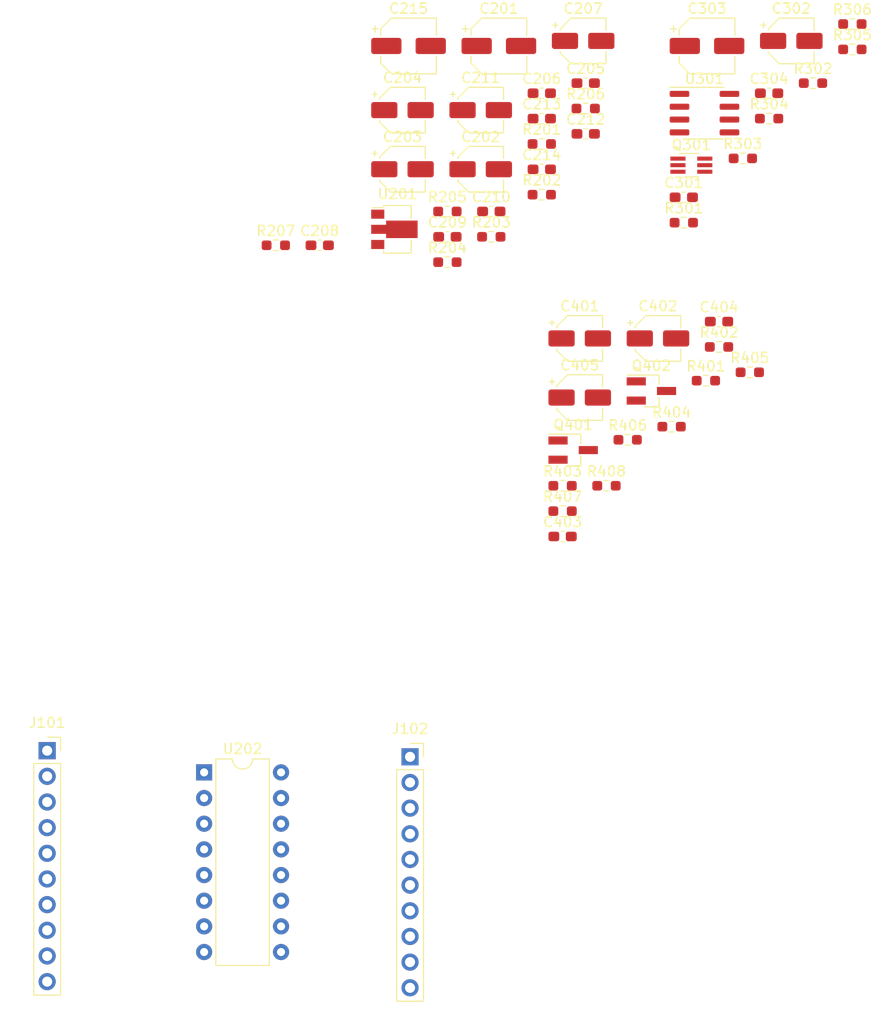
<source format=kicad_pcb>
(kicad_pcb (version 20211014) (generator pcbnew)
  (layers (0 "F.Cu" signal) (31 "B.Cu" signal) (34 "B.Paste" user) (35 "F.Paste" user) (36 "B.SilkS" user "B.Silkscreen") (37 "F.SilkS" user "F.Silkscreen") (38 "B.Mask" user) (39 "F.Mask" user) (44 "Edge.Cuts" user))
  (net 0 "")
  (net 1 "/PT_9V")
  (net 2 "/PT_GND")
  (net 3 "/Buffers/Buf_Out")
  (net 4 "Net-(C203-Pad2)")
  (net 5 "/PT_5V")
  (net 6 "Net-(C205-Pad2)")
  (net 7 "Net-(C206-Pad1)")
  (net 8 "Net-(C206-Pad2)")
  (net 9 "Net-(C207-Pad1)")
  (net 10 "Net-(C207-Pad2)")
  (net 11 "Net-(C208-Pad2)")
  (net 12 "Net-(C209-Pad2)")
  (net 13 "Net-(C210-Pad2)")
  (net 14 "Net-(C211-Pad1)")
  (net 15 "/PT2399-adapter/DEMOD_OUT")
  (net 16 "Net-(C212-Pad1)")
  (net 17 "Net-(C212-Pad2)")
  (net 18 "/DelayOut")
  (net 19 "/PT_Ref")
  (net 20 "Net-(C301-Pad1)")
  (net 21 "Net-(C301-Pad2)")
  (net 22 "Net-(C302-Pad1)")
  (net 23 "/PT_4.5V")
  (net 24 "Net-(C401-Pad1)")
  (net 25 "Net-(C402-Pad1)")
  (net 26 "/PT_In")
  (net 27 "Net-(C405-Pad1)")
  (net 28 "/PT_Out")
  (net 29 "/PT_CLK")
  (net 30 "/PT_Ic")
  (net 31 "/PT_Iout")
  (net 32 "/PT_Vin")
  (net 33 "Net-(Q301-Pad2)")
  (net 34 "Net-(Q402-Pad2)")
  (net 35 "Net-(R306-Pad1)")
  (footprint "Capacitor_SMD:CP_Elec_5x5.4" (layer "F.Cu") (at 60.85 30.5)
    (fp_text reference "C215" (at 0 -3.7) (layer "F.SilkS"))
    (fp_text value "10u")
    (fp_line (start -2.76 1.695563) (end -2.76 1.06) (layer "F.SilkS") (width 0.12))
    (fp_line (start -3.3125 -1.9975) (end -3.3125 -1.3725) (layer "F.SilkS") (width 0.12))
    (fp_line (start 2.76 2.76) (end 2.76 1.06) (layer "F.SilkS") (width 0.12))
    (fp_line (start 2.76 -2.76) (end 2.76 -1.06) (layer "F.SilkS") (width 0.12))
    (fp_line (start -1.695563 2.76) (end 2.76 2.76) (layer "F.SilkS") (width 0.12))
    (fp_line (start -3.625 -1.685) (end -3 -1.685) (layer "F.SilkS") (width 0.12))
    (fp_line (start -2.76 -1.695563) (end -2.76 -1.06) (layer "F.SilkS") (width 0.12))
    (fp_line (start -2.76 1.695563) (end -1.695563 2.76) (layer "F.SilkS") (width 0.12))
    (fp_line (start -1.695563 -2.76) (end 2.76 -2.76) (layer "F.SilkS") (width 0.12))
    (fp_line (start -2.76 -1.695563) (end -1.695563 -2.76) (layer "F.SilkS") (width 0.12))
    (pad "1" smd roundrect (at -2.2 0) (size 3 1.6) (layers "F.Cu" "F.Paste" "F.Mask") (roundrect_rratio 0.15625) (net 19 "/PT_Ref"))
    (pad "2" smd roundrect (at 2.2 0) (size 3 1.6) (layers "F.Cu" "F.Paste" "F.Mask") (roundrect_rratio 0.15625) (net 2 "/PT_GND"))
  )
  (footprint "Capacitor_SMD:C_0603_1608Metric_Pad1.08x0.95mm_HandSolder" (layer "F.Cu") (at 64.7 49.39)
    (fp_text reference "C209" (at 0 -1.43) (layer "F.SilkS"))
    (fp_text value "100n")
    (fp_line (start -0.146267 0.51) (end 0.146267 0.51) (layer "F.SilkS") (width 0.12))
    (fp_line (start -0.146267 -0.51) (end 0.146267 -0.51) (layer "F.SilkS") (width 0.12))
    (pad "1" smd roundrect (at -0.8625 0) (size 1.075 0.95) (layers "F.Cu" "F.Paste" "F.Mask") (net 2 "/PT_GND"))
    (pad "2" smd roundrect (at 0.8625 0) (size 1.075 0.95) (layers "F.Cu" "F.Paste" "F.Mask") (net 12 "Net-(C209-Pad2)"))
  )
  (footprint "Connector_PinSocket_2.54mm:PinSocket_1x10_P2.54mm_Vertical" (layer "F.Cu") (at 61 100.86)
    (fp_text reference "J102" (at 0 -2.77) (layer "F.SilkS"))
    (fp_text value "Conn_01x10")
    (fp_line (start 1.33 1.27) (end 1.33 24.19) (layer "F.SilkS") (width 0.12))
    (fp_line (start 1.33 -1.33) (end 1.33 0) (layer "F.SilkS") (width 0.12))
    (fp_line (start -1.33 1.27) (end -1.33 24.19) (layer "F.SilkS") (width 0.12))
    (fp_line (start -1.33 24.19) (end 1.33 24.19) (layer "F.SilkS") (width 0.12))
    (fp_line (start 0 -1.33) (end 1.33 -1.33) (layer "F.SilkS") (width 0.12))
    (fp_line (start -1.33 1.27) (end 1.33 1.27) (layer "F.SilkS") (width 0.12))
    (pad "1" thru_hole rect (at 0 0) (size 1.7 1.7) (drill 1) (layers *.Cu *.Mask) (net 1 "/PT_9V"))
    (pad "2" thru_hole oval (at 0 2.54) (size 1.7 1.7) (drill 1) (layers *.Cu *.Mask) (net 2 "/PT_GND"))
    (pad "3" thru_hole oval (at 0 5.08) (size 1.7 1.7) (drill 1) (layers *.Cu *.Mask) (net 26 "/PT_In"))
    (pad "4" thru_hole oval (at 0 7.62) (size 1.7 1.7) (drill 1) (layers *.Cu *.Mask) (net 28 "/PT_Out"))
    (pad "5" thru_hole oval (at 0 10.16) (size 1.7 1.7) (drill 1) (layers *.Cu *.Mask) (net 2 "/PT_GND"))
    (pad "6" thru_hole oval (at 0 12.7) (size 1.7 1.7) (drill 1) (layers *.Cu *.Mask) (net 30 "/PT_Ic"))
    (pad "7" thru_hole oval (at 0 15.24) (size 1.7 1.7) (drill 1) (layers *.Cu *.Mask) (net 31 "/PT_Iout"))
    (pad "8" thru_hole oval (at 0 17.78) (size 1.7 1.7) (drill 1) (layers *.Cu *.Mask) (net 32 "/PT_Vin"))
    (pad "9" thru_hole oval (at 0 20.32) (size 1.7 1.7) (drill 1) (layers *.Cu *.Mask) (net 2 "/PT_GND"))
    (pad "10" thru_hole oval (at 0 22.86) (size 1.7 1.7) (drill 1) (layers *.Cu *.Mask) (net 1 "/PT_9V"))
  )
  (footprint "Resistor_SMD:R_0603_1608Metric_Pad0.98x0.95mm_HandSolder" (layer "F.Cu") (at 76.11 76.54)
    (fp_text reference "R407" (at 0 -1.43) (layer "F.SilkS"))
    (fp_text value "1K")
    (fp_line (start -0.254724 -0.5225) (end 0.254724 -0.5225) (layer "F.SilkS") (width 0.12))
    (fp_line (start -0.254724 0.5225) (end 0.254724 0.5225) (layer "F.SilkS") (width 0.12))
    (pad "1" smd roundrect (at -0.9125 0) (size 0.975 0.95) (layers "F.Cu" "F.Paste" "F.Mask") (net 34 "Net-(Q402-Pad2)"))
    (pad "2" smd roundrect (at 0.9125 0) (size 0.975 0.95) (layers "F.Cu" "F.Paste" "F.Mask") (net 2 "/PT_GND"))
  )
  (footprint "Resistor_SMD:R_0603_1608Metric_Pad0.98x0.95mm_HandSolder" (layer "F.Cu") (at 82.56 69.48)
    (fp_text reference "R406" (at 0 -1.43) (layer "F.SilkS"))
    (fp_text value "10K")
    (fp_line (start -0.254724 0.5225) (end 0.254724 0.5225) (layer "F.SilkS") (width 0.12))
    (fp_line (start -0.254724 -0.5225) (end 0.254724 -0.5225) (layer "F.SilkS") (width 0.12))
    (pad "1" smd roundrect (at -0.9125 0) (size 0.975 0.95) (layers "F.Cu" "F.Paste" "F.Mask") (net 1 "/PT_9V"))
    (pad "2" smd roundrect (at 0.9125 0) (size 0.975 0.95) (layers "F.Cu" "F.Paste" "F.Mask") (net 27 "Net-(C405-Pad1)"))
  )
  (footprint "Capacitor_SMD:C_0603_1608Metric_Pad1.08x0.95mm_HandSolder" (layer "F.Cu") (at 91.61 57.78)
    (fp_text reference "C404" (at 0 -1.43) (layer "F.SilkS"))
    (fp_text value "100n")
    (fp_line (start -0.146267 0.51) (end 0.146267 0.51) (layer "F.SilkS") (width 0.12))
    (fp_line (start -0.146267 -0.51) (end 0.146267 -0.51) (layer "F.SilkS") (width 0.12))
    (pad "1" smd roundrect (at -0.8625 0) (size 1.075 0.95) (layers "F.Cu" "F.Paste" "F.Mask") (net 2 "/PT_GND"))
    (pad "2" smd roundrect (at 0.8625 0) (size 1.075 0.95) (layers "F.Cu" "F.Paste" "F.Mask") (net 1 "/PT_9V"))
  )
  (footprint "Resistor_SMD:R_0603_1608Metric_Pad0.98x0.95mm_HandSolder" (layer "F.Cu") (at 104.82 28.33)
    (fp_text reference "R306" (at 0 -1.43) (layer "F.SilkS"))
    (fp_text value "10")
    (fp_line (start -0.254724 -0.5225) (end 0.254724 -0.5225) (layer "F.SilkS") (width 0.12))
    (fp_line (start -0.254724 0.5225) (end 0.254724 0.5225) (layer "F.SilkS") (width 0.12))
    (pad "1" smd roundrect (at -0.9125 0) (size 0.975 0.95) (layers "F.Cu" "F.Paste" "F.Mask") (net 35 "Net-(R306-Pad1)"))
    (pad "2" smd roundrect (at 0.9125 0) (size 0.975 0.95) (layers "F.Cu" "F.Paste" "F.Mask") (net 23 "/PT_4.5V"))
  )
  (footprint "Capacitor_SMD:C_0603_1608Metric_Pad1.08x0.95mm_HandSolder" (layer "F.Cu") (at 76.11 79.05)
    (fp_text reference "C403" (at 0 -1.43) (layer "F.SilkS"))
    (fp_text value "100n")
    (fp_line (start -0.146267 -0.51) (end 0.146267 -0.51) (layer "F.SilkS") (width 0.12))
    (fp_line (start -0.146267 0.51) (end 0.146267 0.51) (layer "F.SilkS") (width 0.12))
    (pad "1" smd roundrect (at -0.8625 0) (size 1.075 0.95) (layers "F.Cu" "F.Paste" "F.Mask") (net 2 "/PT_GND"))
    (pad "2" smd roundrect (at 0.8625 0) (size 1.075 0.95) (layers "F.Cu" "F.Paste" "F.Mask") (net 1 "/PT_9V"))
  )
  (footprint "Capacitor_SMD:CP_Elec_5x5.4" (layer "F.Cu") (at 69.8 30.5)
    (fp_text reference "C201" (at 0 -3.7) (layer "F.SilkS"))
    (fp_text value "10u")
    (fp_line (start -3.3125 -1.9975) (end -3.3125 -1.3725) (layer "F.SilkS") (width 0.12))
    (fp_line (start -1.695563 2.76) (end 2.76 2.76) (layer "F.SilkS") (width 0.12))
    (fp_line (start -3.625 -1.685) (end -3 -1.685) (layer "F.SilkS") (width 0.12))
    (fp_line (start 2.76 2.76) (end 2.76 1.06) (layer "F.SilkS") (width 0.12))
    (fp_line (start -2.76 1.695563) (end -2.76 1.06) (layer "F.SilkS") (width 0.12))
    (fp_line (start -2.76 -1.695563) (end -2.76 -1.06) (layer "F.SilkS") (width 0.12))
    (fp_line (start -2.76 -1.695563) (end -1.695563 -2.76) (layer "F.SilkS") (width 0.12))
    (fp_line (start -2.76 1.695563) (end -1.695563 2.76) (layer "F.SilkS") (width 0.12))
    (fp_line (start 2.76 -2.76) (end 2.76 -1.06) (layer "F.SilkS") (width 0.12))
    (fp_line (start -1.695563 -2.76) (end 2.76 -2.76) (layer "F.SilkS") (width 0.12))
    (pad "1" smd roundrect (at -2.2 0) (size 3 1.6) (layers "F.Cu" "F.Paste" "F.Mask") (roundrect_rratio 0.15625) (net 1 "/PT_9V"))
    (pad "2" smd roundrect (at 2.2 0) (size 3 1.6) (layers "F.Cu" "F.Paste" "F.Mask") (roundrect_rratio 0.15625) (net 2 "/PT_GND"))
  )
  (footprint "Package_TO_SOT_SMD:SOT-363_SC-70-6_Handsoldering" (layer "F.Cu") (at 88.87 42.3)
    (fp_text reference "Q301" (at 0 -2) (layer "F.SilkS"))
    (fp_text value "NST65011")
    (fp_line (start -0.7 1.16) (end 0.7 1.16) (layer "F.SilkS") (width 0.12))
    (fp_line (start 0.7 -1.16) (end -1.2 -1.16) (layer "F.SilkS") (width 0.12))
    (pad "1" smd rect (at -1.33 -0.65) (size 1.5 0.4) (layers "F.Cu" "F.Paste" "F.Mask") (net 2 "/PT_GND"))
    (pad "2" smd rect (at -1.33 0) (size 1.5 0.4) (layers "F.Cu" "F.Paste" "F.Mask") (net 33 "Net-(Q301-Pad2)"))
    (pad "3" smd rect (at -1.33 0.65) (size 1.5 0.4) (layers "F.Cu" "F.Paste" "F.Mask") (net 33 "Net-(Q301-Pad2)"))
    (pad "4" smd rect (at 1.33 0.65) (size 1.5 0.4) (layers "F.Cu" "F.Paste" "F.Mask") (net 2 "/PT_GND"))
    (pad "5" smd rect (at 1.33 0) (size 1.5 0.4) (layers "F.Cu" "F.Paste" "F.Mask") (net 33 "Net-(Q301-Pad2)"))
    (pad "6" smd rect (at 1.33 -0.65) (size 1.5 0.4) (layers "F.Cu" "F.Paste" "F.Mask") (net 31 "/PT_Iout"))
  )
  (footprint "Capacitor_SMD:C_0603_1608Metric_Pad1.08x0.95mm_HandSolder" (layer "F.Cu") (at 74.05 35.18)
    (fp_text reference "C206" (at 0 -1.43) (layer "F.SilkS"))
    (fp_text value "560p")
    (fp_line (start -0.146267 0.51) (end 0.146267 0.51) (layer "F.SilkS") (width 0.12))
    (fp_line (start -0.146267 -0.51) (end 0.146267 -0.51) (layer "F.SilkS") (width 0.12))
    (pad "1" smd roundrect (at -0.8625 0) (size 1.075 0.95) (layers "F.Cu" "F.Paste" "F.Mask") (net 7 "Net-(C206-Pad1)"))
    (pad "2" smd roundrect (at 0.8625 0) (size 1.075 0.95) (layers "F.Cu" "F.Paste" "F.Mask") (net 8 "Net-(C206-Pad2)"))
  )
  (footprint "Resistor_SMD:R_0603_1608Metric_Pad0.98x0.95mm_HandSolder" (layer "F.Cu") (at 64.7 51.9)
    (fp_text reference "R204" (at 0 -1.43) (layer "F.SilkS"))
    (fp_text value "10K")
    (fp_line (start -0.254724 -0.5225) (end 0.254724 -0.5225) (layer "F.SilkS") (width 0.12))
    (fp_line (start -0.254724 0.5225) (end 0.254724 0.5225) (layer "F.SilkS") (width 0.12))
    (pad "1" smd roundrect (at -0.9125 0) (size 0.975 0.95) (layers "F.Cu" "F.Paste" "F.Mask") (net 13 "Net-(C210-Pad2)"))
    (pad "2" smd roundrect (at 0.9125 0) (size 0.975 0.95) (layers "F.Cu" "F.Paste" "F.Mask") (net 15 "/PT2399-adapter/DEMOD_OUT"))
  )
  (footprint "Capacitor_SMD:CP_Elec_4x5.4" (layer "F.Cu") (at 60.25 36.85)
    (fp_text reference "C204" (at 0 -3.2) (layer "F.SilkS"))
    (fp_text value "100n")
    (fp_line (start -2.26 -1.195563) (end -2.26 -1.06) (layer "F.SilkS") (width 0.12))
    (fp_line (start -1.195563 -2.26) (end 2.26 -2.26) (layer "F.SilkS") (width 0.12))
    (fp_line (start 2.26 -2.26) (end 2.26 -1.06) (layer "F.SilkS") (width 0.12))
    (fp_line (start -1.195563 2.26) (end 2.26 2.26) (layer "F.SilkS") (width 0.12))
    (fp_line (start -2.26 1.195563) (end -1.195563 2.26) (layer "F.SilkS") (width 0.12))
    (fp_line (start 2.26 2.26) (end 2.26 1.06) (layer "F.SilkS") (width 0.12))
    (fp_line (start -2.26 -1.195563) (end -1.195563 -2.26) (layer "F.SilkS") (width 0.12))
    (fp_line (start -3 -1.56) (end -2.5 -1.56) (layer "F.SilkS") (width 0.12))
    (fp_line (start -2.75 -1.81) (end -2.75 -1.31) (layer "F.SilkS") (width 0.12))
    (fp_line (start -2.26 1.195563) (end -2.26 1.06) (layer "F.SilkS") (width 0.12))
    (pad "1" smd roundrect (at -1.8 0) (size 2.6 1.6) (layers "F.Cu" "F.Paste" "F.Mask") (roundrect_rratio 0.15625) (net 5 "/PT_5V"))
    (pad "2" smd roundrect (at 1.8 0) (size 2.6 1.6) (layers "F.Cu" "F.Paste" "F.Mask") (roundrect_rratio 0.15625) (net 2 "/PT_GND"))
  )
  (footprint "Capacitor_SMD:C_0603_1608Metric_Pad1.08x0.95mm_HandSolder" (layer "F.Cu") (at 78.4 34.18)
    (fp_text reference "C205" (at 0 -1.43) (layer "F.SilkS"))
    (fp_text value "3.9n")
    (fp_line (start -0.146267 -0.51) (end 0.146267 -0.51) (layer "F.SilkS") (width 0.12))
    (fp_line (start -0.146267 0.51) (end 0.146267 0.51) (layer "F.SilkS") (width 0.12))
    (pad "1" smd roundrect (at -0.8625 0) (size 1.075 0.95) (layers "F.Cu" "F.Paste" "F.Mask") (net 2 "/PT_GND"))
    (pad "2" smd roundrect (at 0.8625 0) (size 1.075 0.95) (layers "F.Cu" "F.Paste" "F.Mask") (net 6 "Net-(C205-Pad2)"))
  )
  (footprint "Capacitor_SMD:C_0603_1608Metric_Pad1.08x0.95mm_HandSolder" (layer "F.Cu") (at 74.05 37.69)
    (fp_text reference "C213" (at 0 -1.43) (layer "F.SilkS"))
    (fp_text value "10n")
    (fp_line (start -0.146267 -0.51) (end 0.146267 -0.51) (layer "F.SilkS") (width 0.12))
    (fp_line (start -0.146267 0.51) (end 0.146267 0.51) (layer "F.SilkS") (width 0.12))
    (pad "1" smd roundrect (at -0.8625 0) (size 1.075 0.95) (layers "F.Cu" "F.Paste" "F.Mask") (net 2 "/PT_GND"))
    (pad "2" smd roundrect (at 0.8625 0) (size 1.075 0.95) (layers "F.Cu" "F.Paste" "F.Mask") (net 18 "/DelayOut"))
  )
  (footprint "Resistor_SMD:R_0603_1608Metric_Pad0.98x0.95mm_HandSolder" (layer "F.Cu") (at 64.7 46.88)
    (fp_text reference "R205" (at 0 -1.43) (layer "F.SilkS"))
    (fp_text value "10K")
    (fp_line (start -0.254724 -0.5225) (end 0.254724 -0.5225) (layer "F.SilkS") (width 0.12))
    (fp_line (start -0.254724 0.5225) (end 0.254724 0.5225) (layer "F.SilkS") (width 0.12))
    (pad "1" smd roundrect (at -0.9125 0) (size 0.975 0.95) (layers "F.Cu" "F.Paste" "F.Mask") (net 17 "Net-(C212-Pad2)"))
    (pad "2" smd roundrect (at 0.9125 0) (size 0.975 0.95) (layers "F.Cu" "F.Paste" "F.Mask") (net 13 "Net-(C210-Pad2)"))
  )
  (footprint "Package_SO:SOIC-8_3.9x4.9mm_P1.27mm" (layer "F.Cu") (at 90.17 37.15)
    (fp_text reference "U301" (at 0 -3.4) (layer "F.SilkS"))
    (fp_text value "TL972")
    (fp_line (start 0 -2.56) (end -3.45 -2.56) (layer "F.SilkS") (width 0.12))
    (fp_line (start 0 2.56) (end -1.95 2.56) (layer "F.SilkS") (width 0.12))
    (fp_line (start 0 2.56) (end 1.95 2.56) (layer "F.SilkS") (width 0.12))
    (fp_line (start 0 -2.56) (end 1.95 -2.56) (layer "F.SilkS") (width 0.12))
    (pad "1" smd roundrect (at -2.475 -1.905) (size 1.95 0.6) (layers "F.Cu" "F.Paste" "F.Mask") (net 35 "Net-(R306-Pad1)"))
    (pad "2" smd roundrect (at -2.475 -0.635) (size 1.95 0.6) (layers "F.Cu" "F.Paste" "F.Mask") (net 35 "Net-(R306-Pad1)"))
    (pad "3" smd roundrect (at -2.475 0.635) (size 1.95 0.6) (layers "F.Cu" "F.Paste" "F.Mask") (net 22 "Net-(C302-Pad1)"))
    (pad "4" smd roundrect (at -2.475 1.905) (size 1.95 0.6) (layers "F.Cu" "F.Paste" "F.Mask") (net 2 "/PT_GND"))
    (pad "5" smd roundrect (at 2.475 1.905) (size 1.95 0.6) (layers "F.Cu" "F.Paste" "F.Mask") (net 23 "/PT_4.5V"))
    (pad "6" smd roundrect (at 2.475 0.635) (size 1.95 0.6) (layers "F.Cu" "F.Paste" "F.Mask") (net 20 "Net-(C301-Pad1)"))
    (pad "7" smd roundrect (at 2.475 -0.635) (size 1.95 0.6) (layers "F.Cu" "F.Paste" "F.Mask") (net 21 "Net-(C301-Pad2)"))
    (pad "8" smd roundrect (at 2.475 -1.905) (size 1.95 0.6) (layers "F.Cu" "F.Paste" "F.Mask") (net 1 "/PT_9V"))
  )
  (footprint "Resistor_SMD:R_0603_1608Metric_Pad0.98x0.95mm_HandSolder" (layer "F.Cu") (at 76.11 74.03)
    (fp_text reference "R403" (at 0 -1.43) (layer "F.SilkS"))
    (fp_text value "10K")
    (fp_line (start -0.254724 -0.5225) (end 0.254724 -0.5225) (layer "F.SilkS") (width 0.12))
    (fp_line (start -0.254724 0.5225) (end 0.254724 0.5225) (layer "F.SilkS") (width 0.12))
    (pad "1" smd roundrect (at -0.9125 0) (size 0.975 0.95) (layers "F.Cu" "F.Paste" "F.Mask") (net 24 "Net-(C401-Pad1)"))
    (pad "2" smd roundrect (at 0.9125 0) (size 0.975 0.95) (layers "F.Cu" "F.Paste" "F.Mask") (net 2 "/PT_GND"))
  )
  (footprint "Capacitor_SMD:CP_Elec_4x5.4" (layer "F.Cu") (at 78.15 30)
    (fp_text reference "C207" (at 0 -3.2) (layer "F.SilkS"))
    (fp_text value "100n")
    (fp_line (start -1.195563 2.26) (end 2.26 2.26) (layer "F.SilkS") (width 0.12))
    (fp_line (start -2.26 -1.195563) (end -2.26 -1.06) (layer "F.SilkS") (width 0.12))
    (fp_line (start -3 -1.56) (end -2.5 -1.56) (layer "F.SilkS") (width 0.12))
    (fp_line (start 2.26 2.26) (end 2.26 1.06) (layer "F.SilkS") (width 0.12))
    (fp_line (start -2.26 1.195563) (end -1.195563 2.26) (layer "F.SilkS") (width 0.12))
    (fp_line (start -1.195563 -2.26) (end 2.26 -2.26) (layer "F.SilkS") (width 0.12))
    (fp_line (start 2.26 -2.26) (end 2.26 -1.06) (layer "F.SilkS") (width 0.12))
    (fp_line (start -2.75 -1.81) (end -2.75 -1.31) (layer "F.SilkS") (width 0.12))
    (fp_line (start -2.26 -1.195563) (end -1.195563 -2.26) (layer "F.SilkS") (width 0.12))
    (fp_line (start -2.26 1.195563) (end -2.26 1.06) (layer "F.SilkS") (width 0.12))
    (pad "1" smd roundrect (at -1.8 0) (size 2.6 1.6) (layers "F.Cu" "F.Paste" "F.Mask") (roundrect_rratio 0.15625) (net 9 "Net-(C207-Pad1)"))
    (pad "2" smd roundrect (at 1.8 0) (size 2.6 1.6) (layers "F.Cu" "F.Paste" "F.Mask") (roundrect_rratio 0.15625) (net 10 "Net-(C207-Pad2)"))
  )
  (footprint "Capacitor_SMD:C_0603_1608Metric_Pad1.08x0.95mm_HandSolder" (layer "F.Cu") (at 88.12 45.48)
    (fp_text reference "C301" (at 0 -1.43) (layer "F.SilkS"))
    (fp_text value "10p")
    (fp_line (start -0.146267 0.51) (end 0.146267 0.51) (layer "F.SilkS") (width 0.12))
    (fp_line (start -0.146267 -0.51) (end 0.146267 -0.51) (layer "F.SilkS") (width 0.12))
    (pad "1" smd roundrect (at -0.8625 0) (size 1.075 0.95) (layers "F.Cu" "F.Paste" "F.Mask") (net 20 "Net-(C301-Pad1)"))
    (pad "2" smd roundrect (at 0.8625 0) (size 1.075 0.95) (layers "F.Cu" "F.Paste" "F.Mask") (net 21 "Net-(C301-Pad2)"))
  )
  (footprint "Resistor_SMD:R_0603_1608Metric_Pad0.98x0.95mm_HandSolder" (layer "F.Cu") (at 78.4 36.69)
    (fp_text reference "R206" (at 0 -1.43) (layer "F.SilkS"))
    (fp_text value "15K")
    (fp_line (start -0.254724 -0.5225) (end 0.254724 -0.5225) (layer "F.SilkS") (width 0.12))
    (fp_line (start -0.254724 0.5225) (end 0.254724 0.5225) (layer "F.SilkS") (width 0.12))
    (pad "1" smd roundrect (at -0.9125 0) (size 0.975 0.95) (layers "F.Cu" "F.Paste" "F.Mask") (net 16 "Net-(C212-Pad1)"))
    (pad "2" smd roundrect (at 0.9125 0) (size 0.975 0.95) (layers "F.Cu" "F.Paste" "F.Mask") (net 13 "Net-(C210-Pad2)"))
  )
  (footprint "Resistor_SMD:R_0603_1608Metric_Pad0.98x0.95mm_HandSolder" (layer "F.Cu") (at 100.92 34.18)
    (fp_text reference "R302" (at 0 -1.43) (layer "F.SilkS"))
    (fp_text value "100K")
    (fp_line (start -0.254724 -0.5225) (end 0.254724 -0.5225) (layer "F.SilkS") (width 0.12))
    (fp_line (start -0.254724 0.5225) (end 0.254724 0.5225) (layer "F.SilkS") (width 0.12))
    (pad "1" smd roundrect (at -0.9125 0) (size 0.975 0.95) (layers "F.Cu" "F.Paste" "F.Mask") (net 20 "Net-(C301-Pad1)"))
    (pad "2" smd roundrect (at 0.9125 0) (size 0.975 0.95) (layers "F.Cu" "F.Paste" "F.Mask") (net 21 "Net-(C301-Pad2)"))
  )
  (footprint "Package_TO_SOT_SMD:SOT-23_Handsoldering" (layer "F.Cu") (at 77.16 70.5)
    (fp_text reference "Q401" (at 0 -2.5) (layer "F.SilkS"))
    (fp_text value "J201")
    (fp_line (start 0.76 1.58) (end 0.76 0.65) (layer "F.SilkS") (width 0.12))
    (fp_line (start 0.76 1.58) (end -0.7 1.58) (layer "F.SilkS") (width 0.12))
    (fp_line (start 0.76 -1.58) (end -2.4 -1.58) (layer "F.SilkS") (width 0.12))
    (fp_line (start 0.76 -1.58) (end 0.76 -0.65) (layer "F.SilkS") (width 0.12))
    (pad "1" smd rect (at -1.5 -0.95) (size 1.9 0.8) (layers "F.Cu" "F.Paste" "F.Mask") (net 1 "/PT_9V"))
    (pad "2" smd rect (at -1.5 0.95) (size 1.9 0.8) (layers "F.Cu" "F.Paste" "F.Mask") (net 3 "/Buffers/Buf_Out"))
    (pad "3" smd rect (at 1.5 0) (size 1.9 0.8) (layers "F.Cu" "F.Paste" "F.Mask") (net 25 "Net-(C402-Pad1)"))
  )
  (footprint "Capacitor_SMD:CP_Elec_4x5.4" (layer "F.Cu") (at 85.56 59.45)
    (fp_text reference "C402" (at 0 -3.2) (layer "F.SilkS"))
    (fp_text value "100n")
    (fp_line (start -2.26 1.195563) (end -2.26 1.06) (layer "F.SilkS") (width 0.12))
    (fp_line (start -2.26 -1.195563) (end -1.195563 -2.26) (layer "F.SilkS") (width 0.12))
    (fp_line (start 2.26 -2.26) (end 2.26 -1.06) (layer "F.SilkS") (width 0.12))
    (fp_line (start 2.26 2.26) (end 2.26 1.06) (layer "F.SilkS") (width 0.12))
    (fp_line (start -2.26 1.195563) (end -1.195563 2.26) (layer "F.SilkS") (width 0.12))
    (fp_line (start -2.75 -1.81) (end -2.75 -1.31) (layer "F.SilkS") (width 0.12))
    (fp_line (start -1.195563 -2.26) (end 2.26 -2.26) (layer "F.SilkS") (width 0.12))
    (fp_line (start -3 -1.56) (end -2.5 -1.56) (layer "F.SilkS") (width 0.12))
    (fp_line (start -1.195563 2.26) (end 2.26 2.26) (layer "F.SilkS") (width 0.12))
    (fp_line (start -2.26 -1.195563) (end -2.26 -1.06) (layer "F.SilkS") (width 0.12))
    (pad "1" smd roundrect (at -1.8 0) (size 2.6 1.6) (layers "F.Cu" "F.Paste" "F.Mask") (roundrect_rratio 0.15625) (net 25 "Net-(C402-Pad1)"))
    (pad "2" smd roundrect (at 1.8 0) (size 2.6 1.6) (layers "F.Cu" "F.Paste" "F.Mask") (roundrect_rratio 0.15625) (net 26 "/PT_In"))
  )
  (footprint "Resistor_SMD:R_0603_1608Metric_Pad0.98x0.95mm_HandSolder" (layer "F.Cu") (at 69.05 49.39)
    (fp_text reference "R203" (at 0 -1.43) (layer "F.SilkS"))
    (fp_text value "10K")
    (fp_line (start -0.254724 0.5225) (end 0.254724 0.5225) (layer "F.SilkS") (width 0.12))
    (fp_line (start -0.254724 -0.5225) (end 0.254724 -0.5225) (layer "F.SilkS") (width 0.12))
    (pad "1" smd roundrect (at -0.9125 0) (size 0.975 0.95) (layers "F.Cu" "F.Paste" "F.Mask") (net 7 "Net-(C206-Pad1)"))
    (pad "2" smd roundrect (at 0.9125 0) (size 0.975 0.95) (layers "F.Cu" "F.Paste" "F.Mask") (net 6 "Net-(C205-Pad2)"))
  )
  (footprint "Capacitor_SMD:C_0603_1608Metric_Pad1.08x0.95mm_HandSolder" (layer "F.Cu") (at 78.4 39.2)
    (fp_text reference "C212" (at 0 -1.43) (layer "F.SilkS"))
    (fp_text value "560p")
    (fp_line (start -0.146267 -0.51) (end 0.146267 -0.51) (layer "F.SilkS") (width 0.12))
    (fp_line (start -0.146267 0.51) (end 0.146267 0.51) (layer "F.SilkS") (width 0.12))
    (pad "1" smd roundrect (at -0.8625 0) (size 1.075 0.95) (layers "F.Cu" "F.Paste" "F.Mask") (net 16 "Net-(C212-Pad1)"))
    (pad "2" smd roundrect (at 0.8625 0) (size 1.075 0.95) (layers "F.Cu" "F.Paste" "F.Mask") (net 17 "Net-(C212-Pad2)"))
  )
  (footprint "Resistor_SMD:R_0603_1608Metric_Pad0.98x0.95mm_HandSolder" (layer "F.Cu") (at 47.7 50.23)
    (fp_text reference "R207" (at 0 -1.43) (layer "F.SilkS"))
    (fp_text value "5.6K")
    (fp_line (start -0.254724 -0.5225) (end 0.254724 -0.5225) (layer "F.SilkS") (width 0.12))
    (fp_line (start -0.254724 0.5225) (end 0.254724 0.5225) (layer "F.SilkS") (width 0.12))
    (pad "1" smd roundrect (at -0.9125 0) (size 0.975 0.95) (layers "F.Cu" "F.Paste" "F.Mask") (net 18 "/DelayOut"))
    (pad "2" smd roundrect (at 0.9125 0) (size 0.975 0.95) (layers "F.Cu" "F.Paste" "F.Mask") (net 16 "Net-(C212-Pad1)"))
  )
  (footprint "Capacitor_SMD:CP_Elec_4x5.4" (layer "F.Cu") (at 98.77 30)
    (fp_text reference "C302" (at 0 -3.2) (layer "F.SilkS"))
    (fp_text value "100n")
    (fp_line (start -2.75 -1.81) (end -2.75 -1.31) (layer "F.SilkS") (width 0.12))
    (fp_line (start -2.26 -1.195563) (end -2.26 -1.06) (layer "F.SilkS") (width 0.12))
    (fp_line (start -1.195563 -2.26) (end 2.26 -2.26) (layer "F.SilkS") (width 0.12))
    (fp_line (start 2.26 -2.26) (end 2.26 -1.06) (layer "F.SilkS") (width 0.12))
    (fp_line (start -2.26 -1.195563) (end -1.195563 -2.26) (layer "F.SilkS") (width 0.12))
    (fp_line (start -2.26 1.195563) (end -1.195563 2.26) (layer "F.SilkS") (width 0.12))
    (fp_line (start -2.26 1.195563) (end -2.26 1.06) (layer "F.SilkS") (width 0.12))
    (fp_line (start 2.26 2.26) (end 2.26 1.06) (layer "F.SilkS") (width 0.12))
    (fp_line (start -1.195563 2.26) (end 2.26 2.26) (layer "F.SilkS") (width 0.12))
    (fp_line (start -3 -1.56) (end -2.5 -1.56) (layer "F.SilkS") (width 0.12))
    (pad "1" smd roundrect (at -1.8 0) (size 2.6 1.6) (layers "F.Cu" "F.Paste" "F.Mask") (roundrect_rratio 0.15625) (net 22 "Net-(C302-Pad1)"))
    (pad "2" smd roundrect (at 1.8 0) (size 2.6 1.6) (layers "F.Cu" "F.Paste" "F.Mask") (roundrect_rratio 0.15625) (net 2 "/PT_GND"))
  )
  (footprint "Resistor_SMD:R_0603_1608Metric_Pad0.98x0.95mm_HandSolder" (layer "F.Cu") (at 94.66 62.8)
    (fp_text reference "R405" (at 0 -1.43) (layer "F.SilkS"))
    (fp_text value "3.3K")
    (fp_line (start -0.254724 -0.5225) (end 0.254724 -0.5225) (layer "F.SilkS") (width 0.12))
    (fp_line (start -0.254724 0.5225) (end 0.254724 0.5225) (layer "F.SilkS") (width 0.12))
    (pad "1" smd roundrect (at -0.9125 0) (size 0.975 0.95) (layers "F.Cu" "F.Paste" "F.Mask") (net 3 "/Buffers/Buf_Out"))
    (pad "2" smd roundrect (at 0.9125 0) (size 0.975 0.95) (layers "F.Cu" "F.Paste" "F.Mask") (net 2 "/PT_GND"))
  )
  (footprint "Capacitor_SMD:CP_Elec_5x5.4" (layer "F.Cu") (at 90.42 30.5)
    (fp_text reference "C303" (at 0 -3.7) (layer "F.SilkS"))
    (fp_text value "10u")
    (fp_line (start -2.76 -1.695563) (end -1.695563 -2.76) (layer "F.SilkS") (width 0.12))
    (fp_line (start -1.695563 2.76) (end 2.76 2.76) (layer "F.SilkS") (width 0.12))
    (fp_line (start -2.76 1.695563) (end -2.76 1.06) (layer "F.SilkS") (width 0.12))
    (fp_line (start -2.76 1.695563) (end -1.695563 2.76) (layer "F.SilkS") (width 0.12))
    (fp_line (start 2.76 2.76) (end 2.76 1.06) (layer "F.SilkS") (width 0.12))
    (fp_line (start -1.695563 -2.76) (end 2.76 -2.76) (layer "F.SilkS") (width 0.12))
    (fp_line (start -3.625 -1.685) (end -3 -1.685) (layer "F.SilkS") (width 0.12))
    (fp_line (start 2.76 -2.76) (end 2.76 -1.06) (layer "F.SilkS") (width 0.12))
    (fp_line (start -2.76 -1.695563) (end -2.76 -1.06) (layer "F.SilkS") (width 0.12))
    (fp_line (start -3.3125 -1.9975) (end -3.3125 -1.3725) (layer "F.SilkS") (width 0.12))
    (pad "1" smd roundrect (at -2.2 0) (size 3 1.6) (layers "F.Cu" "F.Paste" "F.Mask") (roundrect_rratio 0.15625) (net 23 "/PT_4.5V"))
    (pad "2" smd roundrect (at 2.2 0) (size 3 1.6) (layers "F.Cu" "F.Paste" "F.Mask") (roundrect_rratio 0.15625) (net 2 "/PT_GND"))
  )
  (footprint "Resistor_SMD:R_0603_1608Metric_Pad0.98x0.95mm_HandSolder" (layer "F.Cu") (at 80.46 74.03)
    (fp_text reference "R408" (at 0 -1.43) (layer "F.SilkS"))
    (fp_text value "10K")
    (fp_line (start -0.254724 0.5225) (end 0.254724 0.5225) (layer "F.SilkS") (width 0.12))
    (fp_line (start -0.254724 -0.5225) (end 0.254724 -0.5225) (layer "F.SilkS") (width 0.12))
    (pad "1" smd roundrect (at -0.9125 0) (size 0.975 0.95) (layers "F.Cu" "F.Paste" "F.Mask") (net 28 "/PT_Out"))
    (pad "2" smd roundrect (at 0.9125 0) (size 0.975 0.95) (layers "F.Cu" "F.Paste" "F.Mask") (net 2 "/PT_GND"))
  )
  (footprint "Capacitor_SMD:CP_Elec_4x5.4" (layer "F.Cu") (at 77.81 65.3)
    (fp_text reference "C405" (at 0 -3.2) (layer "F.SilkS"))
    (fp_text value "4.7u")
    (fp_line (start -2.26 -1.195563) (end -1.195563 -2.26) (layer "F.SilkS") (width 0.12))
    (fp_line (start 2.26 -2.26) (end 2.26 -1.06) (layer "F.SilkS") (width 0.12))
    (fp_line (start -3 -1.56) (end -2.5 -1.56) (layer "F.SilkS") (width 0.12))
    (fp_line (start -1.195563 2.26) (end 2.26 2.26) (layer "F.SilkS") (width 0.12))
    (fp_line (start -2.26 1.195563) (end -2.26 1.06) (layer "F.SilkS") (width 0.12))
    (fp_line (start -2.26 -1.195563) (end -2.26 -1.06) (layer "F.SilkS") (width 0.12))
    (fp_line (start 2.26 2.26) (end 2.26 1.06) (layer "F.SilkS") (width 0.12))
    (fp_line (start -2.75 -1.81) (end -2.75 -1.31) (layer "F.SilkS") (width 0.12))
    (fp_line (start -2.26 1.195563) (end -1.195563 2.26) (layer "F.SilkS") (width 0.12))
    (fp_line (start -1.195563 -2.26) (end 2.26 -2.26) (layer "F.SilkS") (width 0.12))
    (pad "1" smd roundrect (at -1.8 0) (size 2.6 1.6) (layers "F.Cu" "F.Paste" "F.Mask") (roundrect_rratio 0.15625) (net 27 "Net-(C405-Pad1)"))
    (pad "2" smd roundrect (at 1.8 0) (size 2.6 1.6) (layers "F.Cu" "F.Paste" "F.Mask") (roundrect_rratio 0.15625) (net 28 "/PT_Out"))
  )
  (footprint "Resistor_SMD:R_0603_1608Metric_Pad0.98x0.95mm_HandSolder" (layer "F.Cu") (at 90.31 63.63)
    (fp_text reference "R401" (at 0 -1.43) (layer "F.SilkS"))
    (fp_text value "1M")
    (fp_line (start -0.254724 0.5225) (end 0.254724 0.5225) (layer "F.SilkS") (width 0.12))
    (fp_line (start -0.254724 -0.5225) (end 0.254724 -0.5225) (layer "F.SilkS") (width 0.12))
    (pad "1" smd roundrect (at -0.9125 0) (size 0.975 0.95) (layers "F.Cu" "F.Paste" "F.Mask") (net 26 "/PT_In"))
    (pad "2" smd roundrect (at 0.9125 0) (size 0.975 0.95) (layers "F.Cu" "F.Paste" "F.Mask") (net 2 "/PT_GND"))
  )
  (footprint "Resistor_SMD:R_0603_1608Metric_Pad0.98x0.95mm_HandSolder" (layer "F.Cu") (at 74.05 40.2)
    (fp_text reference "R201" (at 0 -1.43) (layer "F.SilkS"))
    (fp_text value "15K")
    (fp_line (start -0.254724 -0.5225) (end 0.254724 -0.5225) (layer "F.SilkS") (width 0.12))
    (fp_line (start -0.254724 0.5225) (end 0.254724 0.5225) (layer "F.SilkS") (width 0.12))
    (pad "1" smd roundrect (at -0.9125 0) (size 0.975 0.95) (layers "F.Cu" "F.Paste" "F.Mask") (net 4 "Net-(C203-Pad2)"))
    (pad "2" smd roundrect (at 0.9125 0) (size 0.975 0.95) (layers "F.Cu" "F.Paste" "F.Mask") (net 6 "Net-(C205-Pad2)"))
  )
  (footprint "Package_DIP:DIP-16_W7.62mm" (layer "F.Cu") (at 40.6 102.4)
    (fp_text reference "U202" (at 3.81 -2.33) (layer "F.SilkS"))
    (fp_text value "PT2399-Detailed")
    (fp_line (start 6.46 19.11) (end 6.46 -1.33) (layer "F.SilkS") (width 0.12))
    (fp_line (start 2.81 -1.33) (end 1.16 -1.33) (layer "F.SilkS") (width 0.12))
    (fp_line (start 1.16 -1.33) (end 1.16 19.11) (layer "F.SilkS") (width 0.12))
    (fp_line (start 6.46 -1.33) (end 4.81 -1.33) (layer "F.SilkS") (width 0.12))
    (fp_line (start 1.16 19.11) (end 6.46 19.11) (layer "F.SilkS") (width 0.12))
    (fp_arc (start 4.81 -1.33) (mid 3.81 -0.33) (end 2.81 -1.33) (layer "F.SilkS") (width 0.12))
    (pad "1" thru_hole rect (at 0 0) (size 1.6 1.6) (drill 0.8) (layers *.Cu *.Mask) (net 5 "/PT_5V"))
    (pad "2" thru_hole oval (at 0 2.54) (size 1.6 1.6) (drill 0.8) (layers *.Cu *.Mask) (net 19 "/PT_Ref"))
    (pad "3" thru_hole oval (at 0 5.08) (size 1.6 1.6) (drill 0.8) (layers *.Cu *.Mask) (net 2 "/PT_GND"))
    (pad "4" thru_hole oval (at 0 7.62) (size 1.6 1.6) (drill 0.8) (layers *.Cu *.Mask) (net 2 "/PT_GND"))
    (pad "5" thru_hole oval (at 0 10.16) (size 1.6 1.6) (drill 0.8) (layers *.Cu *.Mask) (net 29 "/PT_CLK"))
    (pad "6" thru_hole oval (at 0 12.7) (size 1.6 1.6) (drill 0.8) (layers *.Cu *.Mask) (net 30 "/PT_Ic"))
    (pad "7" thru_hole oval (at 0 15.24) (size 1.6 1.6) (drill 0.8) (layers *.Cu *.Mask) (net 12 "Net-(C209-Pad2)"))
    (pad "8" thru_hole oval (at 0 17.78) (size 1.6 1.6) (drill 0.8) (layers *.Cu *.Mask) (net 11 "Net-(C208-Pad2)"))
    (pad "9" thru_hole oval (at 7.62 17.78) (size 1.6 1.6) (drill 0.8) (layers *.Cu *.Mask) (net 10 "Net-(C207-Pad2)"))
    (pad "10" thru_hole oval (at 7.62 15.24) (size 1.6 1.6) (drill 0.8) (layers *.Cu *.Mask) (net 9 "Net-(C207-Pad1)"))
    (pad "11" thru_hole oval (at 7.62 12.7) (size 1.6 1.6) (drill 0.8) (layers *.Cu *.Mask) (net 14 "Net-(C211-Pad1)"))
    (pad "12" thru_hole oval (at 7.62 10.16) (size 1.6 1.6) (drill 0.8) (layers *.Cu *.Mask) (net 15 "/PT2399-adapter/DEMOD_OUT"))
    (pad "13" thru_hole oval (at 7.62 7.62) (size 1.6 1.6) (drill 0.8) (layers *.Cu *.Mask) (net 17 "Net-(C212-Pad2)"))
    (pad "14" thru_hole oval (at 7.62 5.08) (size 1.6 1.6) (drill 0.8) (layers *.Cu *.Mask) (net 16 "Net-(C212-Pad1)"))
    (pad "15" thru_hole oval (at 7.62 2.54) (size 1.6 1.6) (drill 0.8) (layers *.Cu *.Mask) (net 8 "Net-(C206-Pad2)"))
    (pad "16" thru_hole oval (at 7.62 0) (size 1.6 1.6) (drill 0.8) (layers *.Cu *.Mask) (net 7 "Net-(C206-Pad1)"))
  )
  (footprint "Resistor_SMD:R_0603_1608Metric_Pad0.98x0.95mm_HandSolder" (layer "F.Cu") (at 104.82 30.84)
    (fp_text reference "R305" (at 0 -1.43) (layer "F.SilkS"))
    (fp_text value "10K")
    (fp_line (start -0.254724 -0.5225) (end 0.254724 -0.5225) (layer "F.SilkS") (width 0.12))
    (fp_line (start -0.254724 0.5225) (end 0.254724 0.5225) (layer "F.SilkS") (width 0.12))
    (pad "1" smd roundrect (at -0.9125 0) (size 0.975 0.95) (layers "F.Cu" "F.Paste" "F.Mask") (net 2 "/PT_GND"))
    (pad "2" smd roundrect (at 0.9125 0) (size 0.975 0.95) (layers "F.Cu" "F.Paste" "F.Mask") (net 22 "Net-(C302-Pad1)"))
  )
  (footprint "Capacitor_SMD:C_0603_1608Metric_Pad1.08x0.95mm_HandSolder" (layer "F.Cu") (at 52.05 50.23)
    (fp_text reference "C208" (at 0 -1.43) (layer "F.SilkS"))
    (fp_text value "100n")
    (fp_line (start -0.146267 0.51) (end 0.146267 0.51) (layer "F.SilkS") (width 0.12))
    (fp_line (start -0.146267 -0.51) (end 0.146267 -0.51) (layer "F.SilkS") (width 0.12))
    (pad "1" smd roundrect (at -0.8625 0) (size 1.075 0.95) (layers "F.Cu" "F.Paste" "F.Mask") (net 2 "/PT_GND"))
    (pad "2" smd roundrect (at 0.8625 0) (size 1.075 0.95) (layers "F.Cu" "F.Paste" "F.Mask") (net 11 "Net-(C208-Pad2)"))
  )
  (footprint "Capacitor_SMD:CP_Elec_4x5.4" (layer "F.Cu") (at 68 42.7)
    (fp_text reference "C202" (at 0 -3.2) (layer "F.SilkS"))
    (fp_text value "330n")
    (fp_line (start -2.26 -1.195563) (end -2.26 -1.06) (layer "F.SilkS") (width 0.12))
    (fp_line (start -2.26 1.195563) (end -2.26 1.06) (layer "F.SilkS") (width 0.12))
    (fp_line (start 2.26 2.26) (end 2.26 1.06) (layer "F.SilkS") (width 0.12))
    (fp_line (start -2.26 1.195563) (end -1.195563 2.26) (layer "F.SilkS") (width 0.12))
    (fp_line (start 2.26 -2.26) (end 2.26 -1.06) (layer "F.SilkS") (width 0.12))
    (fp_line (start -1.195563 -2.26) (end 2.26 -2.26) (layer "F.SilkS") (width 0.12))
    (fp_line (start -3 -1.56) (end -2.5 -1.56) (layer "F.SilkS") (width 0.12))
    (fp_line (start -2.75 -1.81) (end -2.75 -1.31) (layer "F.SilkS") (width 0.12))
    (fp_line (start -2.26 -1.195563) (end -1.195563 -2.26) (layer "F.SilkS") (width 0.12))
    (fp_line (start -1.195563 2.26) (end 2.26 2.26) (layer "F.SilkS") (width 0.12))
    (pad "1" smd roundrect (at -1.8 0) (size 2.6 1.6) (layers "F.Cu" "F.Paste" "F.Mask") (roundrect_rratio 0.15625) (net 1 "/PT_9V"))
    (pad "2" smd roundrect (at 1.8 0) (size 2.6 1.6) (layers "F.Cu" "F.Paste" "F.Mask") (roundrect_rratio 0.15625) (net 2 "/PT_GND"))
  )
  (footprint "Resistor_SMD:R_0603_1608Metric_Pad0.98x0.95mm_HandSolder" (layer "F.Cu") (at 86.91 68.18)
    (fp_text reference "R404" (at 0 -1.43) (layer "F.SilkS"))
    (fp_text value "1M")
    (fp_line (start -0.254724 -0.5225) (end 0.254724 -0.5225) (layer "F.SilkS") (width 0.12))
    (fp_line (start -0.254724 0.5225) (end 0.254724 0.5225) (layer "F.SilkS") (width 0.12))
    (pad "1" smd roundrect (at -0.9125 0) (size 0.975 0.95) (layers "F.Cu" "F.Paste" "F.Mask") (net 25 "Net-(C402-Pad1)"))
    (pad "2" smd roundrect (at 0.9125 0) (size 0.975 0.95) (layers "F.Cu" "F.Paste" "F.Mask") (net 23 "/PT_4.5V"))
  )
  (footprint "Resistor_SMD:R_0603_1608Metric_Pad0.98x0.95mm_HandSolder" (layer "F.Cu") (at 91.61 60.29)
    (fp_text reference "R402" (at 0 -1.43) (layer "F.SilkS"))
    (fp_text value "100K")
    (fp_line (start -0.254724 0.5225) (end 0.254724 0.5225) (layer "F.SilkS") (width 0.12))
    (fp_line (start -0.254724 -0.5225) (end 0.254724 -0.5225) (layer "F.SilkS") (width 0.12))
    (pad "1" smd roundrect (at -0.9125 0) (size 0.975 0.95) (layers "F.Cu" "F.Paste" "F.Mask") (net 1 "/PT_9V"))
    (pad "2" smd roundrect (at 0.9125 0) (size 0.975 0.95) (layers "F.Cu" "F.Paste" "F.Mask") (net 24 "Net-(C401-Pad1)"))
  )
  (footprint "Capacitor_SMD:CP_Elec_4x5.4" (layer "F.Cu") (at 60.25 42.7)
    (fp_text reference "C203" (at 0 -3.2) (layer "F.SilkS"))
    (fp_text value "4.7u")
    (fp_line (start -2.26 1.195563) (end -2.26 1.06) (layer "F.SilkS") (width 0.12))
    (fp_line (start -3 -1.56) (end -2.5 -1.56) (layer "F.SilkS") (width 0.12))
    (fp_line (start -2.26 -1.195563) (end -1.195563 -2.26) (layer "F.SilkS") (width 0.12))
    (fp_line (start 2.26 2.26) (end 2.26 1.06) (layer "F.SilkS") (width 0.12))
    (fp_line (start -2.26 1.195563) (end -1.195563 2.26) (layer "F.SilkS") (width 0.12))
    (fp_line (start 2.26 -2.26) (end 2.26 -1.06) (layer "F.SilkS") (width 0.12))
    (fp_line (start -2.26 -1.195563) (end -2.26 -1.06) (layer "F.SilkS") (width 0.12))
    (fp_line (start -2.75 -1.81) (end -2.75 -1.31) (layer "F.SilkS") (width 0.12))
    (fp_line (start -1.195563 2.26) (end 2.26 2.26) (layer "F.SilkS") (width 0.12))
    (fp_line (start -1.195563 -2.26) (end 2.26 -2.26) (layer "F.SilkS") (width 0.12))
    (pad "1" smd roundrect (at -1.8 0) (size 2.6 1.6) (layers "F.Cu" "F.Paste" "F.Mask") (roundrect_rratio 0.15625) (net 3 "/Buffers/Buf_Out"))
    (pad "2" smd roundrect (at 1.8 0) (size 2.6 1.6) (layers "F.Cu" "F.Paste" "F.Mask") (roundrect_rratio 0.15625) (net 4 "Net-(C203-Pad2)"))
  )
  (footprint "Capacitor_SMD:C_0603_1608Metric_Pad1.08x0.95mm_HandSolder" (layer "F.Cu") (at 96.57 35.18)
    (fp_text reference "C304" (at 0 -1.43) (layer "F.SilkS"))
    (fp_text value "100n")
    (fp_line (start -0.146267 -0.51) (end 0.146267 -0.51) (layer "F.SilkS") (width 0.12))
    (fp_line (start -0.146267 0.51) (end 0.146267 0.51) (layer "F.SilkS") (width 0.12))
    (pad "1" smd roundrect (at -0.8625 0) (size 1.075 0.95) (layers "F.Cu" "F.Paste" "F.Mask") (net 1 "/PT_9V"))
    (pad "2" smd roundrect (at 0.8625 0) (size 1.075 0.95) (layers "F.Cu" "F.Paste" "F.Mask") (net 2 "/PT_GND"))
  )
  (footprint "Resistor_SMD:R_0603_1608Metric_Pad0.98x0.95mm_HandSolder" (layer "F.Cu") (at 96.57 37.69)
    (fp_text reference "R304" (at 0 -1.43) (layer "F.SilkS"))
    (fp_text value "10K")
    (fp_line (start -0.254724 -0.5225) (end 0.254724 -0.5225) (layer "F.SilkS") (width 0.12))
    (fp_line (start -0.254724 0.5225) (end 0.254724 0.5225) (layer "F.SilkS") (width 0.12))
    (pad "1" smd roundrect (at -0.9125 0) (size 0.975 0.95) (layers "F.Cu" "F.Paste" "F.Mask") (net 22 "Net-(C302-Pad1)"))
    (pad "2" smd roundrect (at 0.9125 0) (size 0.975 0.95) (layers "F.Cu" "F.Paste" "F.Mask") (net 1 "/PT_9V"))
  )
  (footprint "Capacitor_SMD:C_0603_1608Metric_Pad1.08x0.95mm_HandSolder" (layer "F.Cu") (at 69.05 46.88)
    (fp_text reference "C210" (at 0 -1.43) (layer "F.SilkS"))
    (fp_text value "3.9n")
    (fp_line (start -0.146267 0.51) (end 0.146267 0.51) (layer "F.SilkS") (width 0.12))
    (fp_line (start -0.146267 -0.51) (end 0.146267 -0.51) (layer "F.SilkS") (width 0.12))
    (pad "1" smd roundrect (at -0.8625 0) (size 1.075 0.95) (layers "F.Cu" "F.Paste" "F.Mask") (net 2 "/PT_GND"))
    (pad "2" smd roundrect (at 0.8625 0) (size 1.075 0.95) (layers "F.Cu" "F.Paste" "F.Mask") (net 13 "Net-(C210-Pad2)"))
  )
  (footprint "Resistor_SMD:R_0603_1608Metric_Pad0.98x0.95mm_HandSolder" (layer "F.Cu") (at 88.12 47.99)
    (fp_text reference "R301" (at 0 -1.43) (layer "F.SilkS"))
    (fp_text value "100K")
    (fp_line (start -0.254724 0.5225) (end 0.254724 0.5225) (layer "F.SilkS") (width 0.12))
    (fp_line (start -0.254724 -0.5225) (end 0.254724 -0.5225) (layer "F.SilkS") (width 0.12))
    (pad "1" smd roundrect (at -0.9125 0) (size 0.975 0.95) (layers "F.Cu" "F.Paste" "F.Mask") (net 32 "/PT_Vin"))
    (pad "2" smd roundrect (at 0.9125 0) (size 0.975 0.95) (layers "F.Cu" "F.Paste" "F.Mask") (net 20 "Net-(C301-Pad1)"))
  )
  (footprint "Package_TO_SOT_SMD:SOT-89-3" (layer "F.Cu") (at 59.45 48.65)
    (fp_text reference "U201" (at 0.3 -3.5) (layer "F.SilkS"))
    (fp_text value "L78L05")
    (fp_line (start 1.66 2.36) (end -1.06 2.36) (layer "F.SilkS") (width 0.12))
    (fp_line (start 1.66 -2.36) (end 1.66 -1.05) (layer "F.SilkS") (width 0.12))
    (fp_line (start -1.06 -2.36) (end -1.06 -2.13) (layer "F.SilkS") (width 0.12))
    (fp_line (start 1.66 1.05) (end 1.66 2.36) (layer "F.SilkS") (width 0.12))
    (fp_line (start -1.06 -2.36) (end 1.66 -2.36) (layer "F.SilkS") (width 0.12))
    (fp_line (start -2.2 -2.13) (end -1.06 -2.13) (layer "F.SilkS") (width 0.12))
    (fp_line (start -1.06 2.36) (end -1.06 2.13) (layer "F.SilkS") (width 0.12))
    (pad "1" smd rect (at -1.65 -1.5) (size 1.3 0.9) (layers "F.Cu" "F.Paste" "F.Mask") (net 5 "/PT_5V"))
    (pad "2" smd custom (at -1.5625 0) (size 1.475 0.9) (layers "F.Cu" "F.Paste" "F.Mask") (net 2 "/PT_GND") (options (clearance outline) (anchor rect)) (primitives (gr_poly (pts (xy 3.8625 0.8665) (xy 0.7375 0.8665) (xy 0.7375 -0.8665) (xy 3.8625 -0.8665)) (width 0) (fill yes))))
    (pad "3" smd rect (at -1.65 1.5) (size 1.3 0.9) (layers "F.Cu" "F.Paste" "F.Mask") (net 1 "/PT_9V"))
  )
  (footprint "Connector_PinSocket_2.54mm:PinSocket_1x10_P2.54mm_Vertical" (layer "F.Cu") (at 25.05 100.25)
    (fp_text reference "J101" (at 0 -2.77) (layer "F.SilkS"))
    (fp_text value "Conn_01x10")
    (fp_line (start 1.33 1.27) (end 1.33 24.19) (layer "F.SilkS") (width 0.12))
    (fp_line (start -1.33 24.19) (end 1.33 24.19) (layer "F.SilkS") (width 0.12))
    (fp_line (start -1.33 1.27) (end -1.33 24.19) (layer "F.SilkS") (width 0.12))
    (fp_line (start -1.33 1.27) (end 1.33 1.27) (layer "F.SilkS") (width 0.12))
    (fp_line (start 1.33 -1.33) (end 1.33 0) (layer "F.SilkS") (width 0.12))
    (fp_line (start 0 -1.33) (end 1.33 -1.33) (layer "F.SilkS") (width 0.12))
    (pad "1" thru_hole rect (at 0 0) (size 1.7 1.7) (drill 1) (layers *.Cu *.Mask) (net 1 "/PT_9V"))
    (pad "2" thru_hole oval (at 0 2.54) (size 1.7 1.7) (drill 1) (layers *.Cu *.Mask) (net 2 "/PT_GND"))
    (pad "3" thru_hole oval (at 0 5.08) (size 1.7 1.7) (drill 1) (layers *.Cu *.Mask) (net 5 "/PT_5V"))
    (pad "4" thru_hole oval (at 0 7.62) (size 1.7 1.7) (drill 1) (layers *.Cu *.Mask) (net 19 "/PT_Ref"))
    (pad "5" thru_hole oval (at 0 10.16) (size 1.7 1.7) (drill 1) (layers *.Cu *.Mask) (net 2 "/PT_GND"))
    (pad "6" thru_hole oval (at 0 12.7) (size 1.7 1.7) (drill 1) (layers *.Cu *.Mask) (net 29 "/PT_CLK"))
    (pad "7" thru_hole oval (at 0 15.24) (size 1.7 1.7) (drill 1) (layers *.Cu *.Mask) (net 2 "/PT_GND"))
    (pad "8" thru_hole oval (at 0 17.78) (size 1.7 1.7) (drill 1) (layers *.Cu *.Mask) (net 2 "/PT_GND"))
    (pad "9" thru_hole oval (at 0 20.32) (size 1.7 1.7) (drill 1) (layers *.Cu *.Mask) (net 2 "/PT_GND"))
    (pad "10" thru_hole oval (at 0 22.86) (size 1.7 1.7) (drill 1) (layers *.Cu *.Mask) (net 1 "/PT_9V"))
  )
  (footprint "Resistor_SMD:R_0603_1608Metric_Pad0.98x0.95mm_HandSolder" (layer "F.Cu") (at 74.05 45.22)
    (fp_text reference "R202" (at 0 -1.43) (layer "F.SilkS"))
    (fp_text value "10K")
    (fp_line (start -0.254724 0.5225) (end 0.254724 0.5225) (layer "F.SilkS") (width 0.12))
    (fp_line (start -0.254724 -0.5225) (end 0.254724 -0.5225) (layer "F.SilkS") (width 0.12))
    (pad "1" smd roundrect (at -0.9125 0) (size 0.975 0.95) (layers "F.Cu" "F.Paste" "F.Mask") (net 6 "Net-(C205-Pad2)"))
    (pad "2" smd roundrect (at 0.9125 0) (size 0.975 0.95) (layers "F.Cu" "F.Paste" "F.Mask") (net 8 "Net-(C206-Pad2)"))
  )
  (footprint "Resistor_SMD:R_0603_1608Metric_Pad0.98x0.95mm_HandSolder" (layer "F.Cu") (at 93.97 41.63)
    (fp_text reference "R303" (at 0 -1.43) (layer "F.SilkS"))
    (fp_text value "10K")
    (fp_line (start -0.254724 -0.5225) (end 0.254724 -0.5225) (layer "F.SilkS") (width 0.12))
    (fp_line (start -0.254724 0.5225) (end 0.254724 0.5225) (layer "F.SilkS") (width 0.12))
    (pad "1" smd roundrect (at -0.9125 0) (size 0.975 0.95) (layers "F.Cu" "F.Paste" "F.Mask") (net 21 "Net-(C301-Pad2)"))
    (pad "2" smd roundrect (at 0.9125 0) (size 0.975 0.95) (layers "F.Cu" "F.Paste" "F.Mask") (net 33 "Net-(Q301-Pad2)"))
  )
  (footprint "Capacitor_SMD:C_0603_1608Metric_Pad1.08x0.95mm_HandSolder" (layer "F.Cu") (at 74.05 42.71)
    (fp_text reference "C214" (at 0 -1.43) (layer "F.SilkS"))
    (fp_text value "100n")
    (fp_line (start -0.146267 -0.51) (end 0.146267 -0.51) (layer "F.SilkS") (width 0.12))
    (fp_line (start -0.146267 0.51) (end 0.146267 0.51) (layer "F.SilkS") (width 0.12))
    (pad "1" smd roundrect (at -0.8625 0) (size 1.075 0.95) (layers "F.Cu" "F.Paste" "F.Mask") (net 2 "/PT_GND"))
    (pad "2" smd roundrect (at 0.8625 0) (size 1.075 0.95) (layers "F.Cu" "F.Paste" "F.Mask") (net 5 "/PT_5V"))
  )
  (footprint "Capacitor_SMD:CP_Elec_4x5.4" (layer "F.Cu") (at 68 36.85)
    (fp_text reference "C211" (at 0 -3.2) (layer "F.SilkS"))
    (fp_text value "100n")
    (fp_line (start -2.26 1.195563) (end -2.26 1.06) (layer "F.SilkS") (width 0.12))
    (fp_line (start -2.75 -1.81) (end -2.75 -1.31) (layer "F.SilkS") (width 0.12))
    (fp_line (start -2.26 -1.195563) (end -1.195563 -2.26) (layer "F.SilkS") (width 0.12))
    (fp_line (start -2.26 1.195563) (end -1.195563 2.26) (layer "F.SilkS") (width 0.12))
    (fp_line (start 2.26 -2.26) (end 2.26 -1.06) (layer "F.SilkS") (width 0.12))
    (fp_line (start -2.26 -1.195563) (end -2.26 -1.06) (layer "F.SilkS") (width 0.12))
    (fp_line (start 2.26 2.26) (end 2.26 1.06) (layer "F.SilkS") (width 0.12))
    (fp_line (start -3 -1.56) (end -2.5 -1.56) (layer "F.SilkS") (width 0.12))
    (fp_line (start -1.195563 2.26) (end 2.26 2.26) (layer "F.SilkS") (width 0.12))
    (fp_line (start -1.195563 -2.26) (end 2.26 -2.26) (layer "F.SilkS") (width 0.12))
    (pad "1" smd roundrect (at -1.8 0) (size 2.6 1.6) (layers "F.Cu" "F.Paste" "F.Mask") (roundrect_rratio 0.15625) (net 14 "Net-(C211-Pad1)"))
    (pad "2" smd roundrect (at 1.8 0) (size 2.6 1.6) (layers "F.Cu" "F.Paste" "F.Mask") (roundrect_rratio 0.15625) (net 15 "/PT2399-adapter/DEMOD_OUT"))
  )
  (footprint "Package_TO_SOT_SMD:SOT-23_Handsoldering" (layer "F.Cu") (at 84.91 64.65)
    (fp_text reference "Q402" (at 0 -2.5) (layer "F.SilkS"))
    (fp_text value "3904 BEC")
    (fp_line (start 0.76 -1.58) (end -2.4 -1.58) (layer "F.SilkS") (width 0.12))
    (fp_line (start 0.76 -1.58) (end 0.76 -0.65) (layer "F.SilkS") (width 0.12))
    (fp_line (start 0.76 1.58) (end 0.76 0.65) (layer "F.SilkS") (width 0.12))
    (fp_line (start 0.76 1.58) (end -0.7 1.58) (layer "F.SilkS") (width 0.12))
    (pad "1" smd rect (at -1.5 -0.95) (size 1.9 0.8) (layers "F.Cu" "F.Paste" "F.Mask") (net 24 "Net-(C401-Pad1)"))
    (pad "2" smd rect (at -1.5 0.95) (size 1.9 0.8) (layers "F.Cu" "F.Paste" "F.Mask") (net 34 "Net-(Q402-Pad2)"))
    (pad "3" smd rect (at 1.5 0) (size 1.9 0.8) (layers "F.Cu" "F.Paste" "F.Mask") (net 27 "Net-(C405-Pad1)"))
  )
  (footprint "Capacitor_SMD:CP_Elec_4x5.4" (layer "F.Cu") (at 77.81 59.45)
    (fp_text reference "C401" (at 0 -3.2) (layer "F.SilkS"))
    (fp_text value "4.7u")
    (fp_line (start -1.195563 2.26) (end 2.26 2.26) (layer "F.SilkS") (width 0.12))
    (fp_line (start -3 -1.56) (end -2.5 -1.56) (layer "F.SilkS") (width 0.12))
    (fp_line (start -2.26 1.195563) (end -1.195563 2.26) (layer "F.SilkS") (width 0.12))
    (fp_line (start -2.75 -1.81) (end -2.75 -1.31) (layer "F.SilkS") (width 0.12))
    (fp_line (start 2.26 2.26) (end 2.26 1.06) (layer "F.SilkS") (width 0.12))
    (fp_line (start -1.195563 -2.26) (end 2.26 -2.26) (layer "F.SilkS") (width 0.12))
    (fp_line (start -2.26 -1.195563) (end -2.26 -1.06) (layer "F.SilkS") (width 0.12))
    (fp_line (start 2.26 -2.26) (end 2.26 -1.06) (layer "F.SilkS") (width 0.12))
    (fp_line (start -2.26 -1.195563) (end -1.195563 -2.26) (layer "F.SilkS") (width 0.12))
    (fp_line (start -2.26 1.195563) (end -2.26 1.06) (layer "F.SilkS") (width 0.12))
    (pad "1" smd roundrect (at -1.8 0) (size 2.6 1.6) (layers "F.Cu" "F.Paste" "F.Mask") (roundrect_rratio 0.15625) (net 24 "Net-(C401-Pad1)"))
    (pad "2" smd roundrect (at 1.8 0) (size 2.6 1.6) (layers "F.Cu" "F.Paste" "F.Mask") (roundrect_rratio 0.15625) (net 18 "/DelayOut"))
  )
)
</source>
